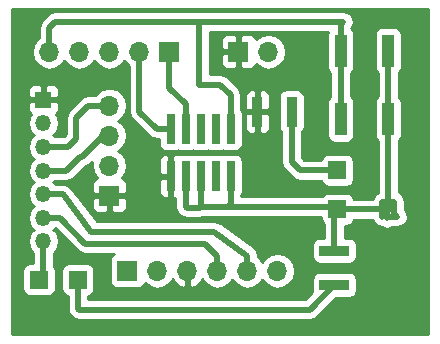
<source format=gtl>
%TF.GenerationSoftware,KiCad,Pcbnew,4.0.7-e2-6376~60~ubuntu17.10.1*%
%TF.CreationDate,2017-11-23T13:20:15+11:00*%
%TF.ProjectId,biot-node,62696F742D6E6F64652E6B696361645F,rev?*%
%TF.FileFunction,Copper,L1,Top,Mixed*%
%FSLAX46Y46*%
G04 Gerber Fmt 4.6, Leading zero omitted, Abs format (unit mm)*
G04 Created by KiCad (PCBNEW 4.0.7-e2-6376~60~ubuntu17.10.1) date Thu Nov 23 13:20:15 2017*
%MOMM*%
%LPD*%
G01*
G04 APERTURE LIST*
%ADD10C,0.100000*%
%ADD11R,1.500000X1.500000*%
%ADD12R,1.700000X1.700000*%
%ADD13O,1.700000X1.700000*%
%ADD14R,1.350000X1.350000*%
%ADD15O,1.350000X1.350000*%
%ADD16R,0.750000X2.500000*%
%ADD17R,2.500000X0.900000*%
%ADD18R,0.900000X2.500000*%
%ADD19R,1.000000X2.750000*%
%ADD20C,0.600000*%
%ADD21C,0.500000*%
%ADD22C,0.254000*%
G04 APERTURE END LIST*
D10*
D11*
X166752000Y-114808000D03*
X170052000Y-114808000D03*
X192024000Y-105538000D03*
X192024000Y-108838000D03*
D12*
X172720000Y-107696000D03*
D13*
X172720000Y-105156000D03*
X172720000Y-102616000D03*
X172720000Y-100076000D03*
D12*
X183642000Y-95504000D03*
D13*
X186182000Y-95504000D03*
D14*
X167132000Y-99568000D03*
D15*
X167132000Y-101568000D03*
X167132000Y-103568000D03*
X167132000Y-105568000D03*
X167132000Y-107568000D03*
X167132000Y-109568000D03*
X167132000Y-111568000D03*
D12*
X177800000Y-95504000D03*
D13*
X175260000Y-95504000D03*
X172720000Y-95504000D03*
X170180000Y-95504000D03*
X167640000Y-95504000D03*
D16*
X177898000Y-102032000D03*
X179168000Y-102032000D03*
X180438000Y-102032000D03*
X181708000Y-102032000D03*
X182978000Y-102032000D03*
X182978000Y-106042000D03*
X181708000Y-106042000D03*
X180438000Y-106042000D03*
X179168000Y-106042000D03*
X177898000Y-106042000D03*
D12*
X174244000Y-114046000D03*
D13*
X176784000Y-114046000D03*
X179324000Y-114046000D03*
X181864000Y-114046000D03*
X184404000Y-114046000D03*
X186944000Y-114046000D03*
D17*
X191770000Y-112342000D03*
X191770000Y-115242000D03*
D18*
X185240000Y-100584000D03*
X188140000Y-100584000D03*
D19*
X192310000Y-95418000D03*
X192310000Y-101178000D03*
X196310000Y-101178000D03*
X196310000Y-95418000D03*
D20*
X196214000Y-108838000D03*
D21*
X167132000Y-111568000D02*
X167132000Y-114428000D01*
X167132000Y-114428000D02*
X166752000Y-114808000D01*
X170052000Y-114808000D02*
X170052000Y-117220000D01*
X189664000Y-117348000D02*
X191770000Y-115242000D01*
X170180000Y-117348000D02*
X189664000Y-117348000D01*
X170052000Y-117220000D02*
X170180000Y-117348000D01*
X188140000Y-100584000D02*
X188140000Y-104828000D01*
X188850000Y-105538000D02*
X192024000Y-105538000D01*
X188140000Y-104828000D02*
X188850000Y-105538000D01*
X196214000Y-108966000D02*
X196214000Y-108838000D01*
X196214000Y-108966000D02*
X196214000Y-109600000D01*
X195834000Y-108204000D02*
X195834000Y-109474000D01*
X196850000Y-108204000D02*
X195834000Y-108204000D01*
X196850000Y-109220000D02*
X196850000Y-108204000D01*
X197104000Y-109474000D02*
X196850000Y-109220000D01*
X196340000Y-109474000D02*
X197104000Y-109474000D01*
X196214000Y-109600000D02*
X196340000Y-109474000D01*
X182626000Y-108614000D02*
X191800000Y-108614000D01*
X191800000Y-108614000D02*
X192024000Y-108838000D01*
X191770000Y-112342000D02*
X191770000Y-109092000D01*
X191770000Y-109092000D02*
X192024000Y-108838000D01*
X192024000Y-108838000D02*
X196214000Y-108838000D01*
X196214000Y-108838000D02*
X196342000Y-108966000D01*
X196310000Y-101178000D02*
X196310000Y-95418000D01*
X196310000Y-108934000D02*
X196310000Y-101178000D01*
X196342000Y-108966000D02*
X196310000Y-108934000D01*
X180438000Y-108614000D02*
X182626000Y-108614000D01*
X182626000Y-108614000D02*
X182782000Y-108614000D01*
X182978000Y-108418000D02*
X182978000Y-106042000D01*
X182782000Y-108614000D02*
X182978000Y-108418000D01*
X179168000Y-106042000D02*
X179168000Y-108614000D01*
X180438000Y-108614000D02*
X180438000Y-106042000D01*
X180340000Y-108712000D02*
X180438000Y-108614000D01*
X179266000Y-108712000D02*
X180340000Y-108712000D01*
X179168000Y-108614000D02*
X179266000Y-108712000D01*
X167132000Y-105568000D02*
X169068000Y-105568000D01*
X170434000Y-104394000D02*
X172212000Y-102616000D01*
X170242000Y-104394000D02*
X170434000Y-104394000D01*
X169068000Y-105568000D02*
X170242000Y-104394000D01*
X172212000Y-102616000D02*
X172720000Y-102616000D01*
X167132000Y-103568000D02*
X169228000Y-103568000D01*
X170942000Y-100076000D02*
X172720000Y-100076000D01*
X169926000Y-101092000D02*
X170942000Y-100076000D01*
X169926000Y-102870000D02*
X169926000Y-101092000D01*
X169228000Y-103568000D02*
X169926000Y-102870000D01*
X167132000Y-107568000D02*
X168782000Y-107568000D01*
X184404000Y-112776000D02*
X184404000Y-114046000D01*
X181610000Y-110744000D02*
X184404000Y-112776000D01*
X171196000Y-110744000D02*
X181610000Y-110744000D01*
X168782000Y-107568000D02*
X171196000Y-110744000D01*
X167132000Y-109568000D02*
X168496000Y-109568000D01*
X181864000Y-112776000D02*
X181864000Y-114046000D01*
X180848000Y-111760000D02*
X181864000Y-112776000D01*
X170688000Y-111760000D02*
X180848000Y-111760000D01*
X168496000Y-109568000D02*
X170688000Y-111760000D01*
X177800000Y-95504000D02*
X177800000Y-98552000D01*
X179168000Y-99920000D02*
X179168000Y-102032000D01*
X177800000Y-98552000D02*
X179168000Y-99920000D01*
X177898000Y-102032000D02*
X176708000Y-102032000D01*
X175260000Y-100584000D02*
X175260000Y-95504000D01*
X176708000Y-102032000D02*
X175260000Y-100584000D01*
X182978000Y-102032000D02*
X182978000Y-99158000D01*
X180340000Y-98298000D02*
X180340000Y-93218000D01*
X182118000Y-98298000D02*
X180340000Y-98298000D01*
X182978000Y-99158000D02*
X182118000Y-98298000D01*
X180340000Y-92964000D02*
X192532000Y-92964000D01*
X192310000Y-93186000D02*
X192310000Y-101178000D01*
X192532000Y-92964000D02*
X192310000Y-93186000D01*
X182978000Y-102032000D02*
X182978000Y-101952000D01*
X167640000Y-93472000D02*
X167640000Y-95504000D01*
X168148000Y-92964000D02*
X167640000Y-93472000D01*
X180340000Y-92964000D02*
X168148000Y-92964000D01*
D22*
G36*
X199696000Y-119432000D02*
X164465000Y-119432000D01*
X164465000Y-114058000D01*
X165354560Y-114058000D01*
X165354560Y-115558000D01*
X165398838Y-115793317D01*
X165537910Y-116009441D01*
X165750110Y-116154431D01*
X166002000Y-116205440D01*
X167502000Y-116205440D01*
X167737317Y-116161162D01*
X167953441Y-116022090D01*
X168098431Y-115809890D01*
X168149440Y-115558000D01*
X168149440Y-114058000D01*
X168654560Y-114058000D01*
X168654560Y-115558000D01*
X168698838Y-115793317D01*
X168837910Y-116009441D01*
X169050110Y-116154431D01*
X169167000Y-116178102D01*
X169167000Y-117219995D01*
X169166999Y-117220000D01*
X169223190Y-117502484D01*
X169234367Y-117558675D01*
X169426210Y-117845790D01*
X169554208Y-117973787D01*
X169554210Y-117973790D01*
X169750581Y-118105000D01*
X169841325Y-118165633D01*
X170180000Y-118233000D01*
X189663995Y-118233000D01*
X189664000Y-118233001D01*
X189946484Y-118176810D01*
X190002675Y-118165633D01*
X190289790Y-117973790D01*
X190289791Y-117973789D01*
X191924139Y-116339440D01*
X193020000Y-116339440D01*
X193255317Y-116295162D01*
X193471441Y-116156090D01*
X193616431Y-115943890D01*
X193667440Y-115692000D01*
X193667440Y-114792000D01*
X193623162Y-114556683D01*
X193484090Y-114340559D01*
X193271890Y-114195569D01*
X193020000Y-114144560D01*
X190520000Y-114144560D01*
X190284683Y-114188838D01*
X190068559Y-114327910D01*
X189923569Y-114540110D01*
X189872560Y-114792000D01*
X189872560Y-115692000D01*
X189903577Y-115856843D01*
X189297420Y-116463000D01*
X170937000Y-116463000D01*
X170937000Y-116180038D01*
X171037317Y-116161162D01*
X171253441Y-116022090D01*
X171398431Y-115809890D01*
X171449440Y-115558000D01*
X171449440Y-114058000D01*
X171405162Y-113822683D01*
X171266090Y-113606559D01*
X171053890Y-113461569D01*
X170802000Y-113410560D01*
X169302000Y-113410560D01*
X169066683Y-113454838D01*
X168850559Y-113593910D01*
X168705569Y-113806110D01*
X168654560Y-114058000D01*
X168149440Y-114058000D01*
X168105162Y-113822683D01*
X168017000Y-113685675D01*
X168017000Y-112539061D01*
X168083974Y-112494310D01*
X168367946Y-112069315D01*
X168467664Y-111568000D01*
X168367946Y-111066685D01*
X168083974Y-110641690D01*
X167973689Y-110568000D01*
X168083974Y-110494310D01*
X168111576Y-110453000D01*
X168129420Y-110453000D01*
X170062208Y-112385787D01*
X170062210Y-112385790D01*
X170224623Y-112494310D01*
X170349325Y-112577633D01*
X170688000Y-112645001D01*
X170688005Y-112645000D01*
X173077621Y-112645000D01*
X172942559Y-112731910D01*
X172797569Y-112944110D01*
X172746560Y-113196000D01*
X172746560Y-114896000D01*
X172790838Y-115131317D01*
X172929910Y-115347441D01*
X173142110Y-115492431D01*
X173394000Y-115543440D01*
X175094000Y-115543440D01*
X175329317Y-115499162D01*
X175545441Y-115360090D01*
X175690431Y-115147890D01*
X175704086Y-115080459D01*
X175733946Y-115125147D01*
X176215715Y-115447054D01*
X176784000Y-115560093D01*
X177352285Y-115447054D01*
X177834054Y-115125147D01*
X178061702Y-114784447D01*
X178128817Y-114927358D01*
X178557076Y-115317645D01*
X178967110Y-115487476D01*
X179197000Y-115366155D01*
X179197000Y-114173000D01*
X179177000Y-114173000D01*
X179177000Y-113919000D01*
X179197000Y-113919000D01*
X179197000Y-113899000D01*
X179451000Y-113899000D01*
X179451000Y-113919000D01*
X179471000Y-113919000D01*
X179471000Y-114173000D01*
X179451000Y-114173000D01*
X179451000Y-115366155D01*
X179680890Y-115487476D01*
X180090924Y-115317645D01*
X180519183Y-114927358D01*
X180586298Y-114784447D01*
X180813946Y-115125147D01*
X181295715Y-115447054D01*
X181864000Y-115560093D01*
X182432285Y-115447054D01*
X182914054Y-115125147D01*
X183134000Y-114795974D01*
X183353946Y-115125147D01*
X183835715Y-115447054D01*
X184404000Y-115560093D01*
X184972285Y-115447054D01*
X185454054Y-115125147D01*
X185674000Y-114795974D01*
X185893946Y-115125147D01*
X186375715Y-115447054D01*
X186944000Y-115560093D01*
X187512285Y-115447054D01*
X187994054Y-115125147D01*
X188315961Y-114643378D01*
X188429000Y-114075093D01*
X188429000Y-114016907D01*
X188315961Y-113448622D01*
X187994054Y-112966853D01*
X187512285Y-112644946D01*
X186944000Y-112531907D01*
X186375715Y-112644946D01*
X185893946Y-112966853D01*
X185674000Y-113296026D01*
X185454054Y-112966853D01*
X185289000Y-112856568D01*
X185289000Y-112776000D01*
X185275401Y-112707632D01*
X185278171Y-112637973D01*
X185242029Y-112539862D01*
X185221633Y-112437325D01*
X185182905Y-112379365D01*
X185158808Y-112313950D01*
X185087877Y-112237144D01*
X185029790Y-112150210D01*
X184971825Y-112111479D01*
X184924532Y-112060269D01*
X182130532Y-110028269D01*
X182035608Y-109984454D01*
X181948675Y-109926367D01*
X181880302Y-109912767D01*
X181817010Y-109883552D01*
X181712542Y-109879397D01*
X181610000Y-109859000D01*
X171634957Y-109859000D01*
X170208105Y-107981750D01*
X171235000Y-107981750D01*
X171235000Y-108672310D01*
X171331673Y-108905699D01*
X171510302Y-109084327D01*
X171743691Y-109181000D01*
X172434250Y-109181000D01*
X172593000Y-109022250D01*
X172593000Y-107823000D01*
X172847000Y-107823000D01*
X172847000Y-109022250D01*
X173005750Y-109181000D01*
X173696309Y-109181000D01*
X173929698Y-109084327D01*
X174108327Y-108905699D01*
X174205000Y-108672310D01*
X174205000Y-107981750D01*
X174046250Y-107823000D01*
X172847000Y-107823000D01*
X172593000Y-107823000D01*
X171393750Y-107823000D01*
X171235000Y-107981750D01*
X170208105Y-107981750D01*
X169486578Y-107032468D01*
X169441350Y-106992436D01*
X169407790Y-106942210D01*
X169313192Y-106879002D01*
X169228005Y-106803602D01*
X169170897Y-106783924D01*
X169120675Y-106750367D01*
X169009098Y-106728173D01*
X168901533Y-106691109D01*
X168841240Y-106694784D01*
X168782000Y-106683000D01*
X168111576Y-106683000D01*
X168083974Y-106641690D01*
X167973689Y-106568000D01*
X168083974Y-106494310D01*
X168111576Y-106453000D01*
X169067995Y-106453000D01*
X169068000Y-106453001D01*
X169350484Y-106396810D01*
X169406675Y-106385633D01*
X169693790Y-106193790D01*
X170651928Y-105235651D01*
X170716484Y-105222810D01*
X170772675Y-105211633D01*
X171059790Y-105019790D01*
X171276010Y-104803570D01*
X171205907Y-105156000D01*
X171318946Y-105724285D01*
X171640853Y-106206054D01*
X171684777Y-106235403D01*
X171510302Y-106307673D01*
X171331673Y-106486301D01*
X171235000Y-106719690D01*
X171235000Y-107410250D01*
X171393750Y-107569000D01*
X172593000Y-107569000D01*
X172593000Y-107549000D01*
X172847000Y-107549000D01*
X172847000Y-107569000D01*
X174046250Y-107569000D01*
X174205000Y-107410250D01*
X174205000Y-106719690D01*
X174108327Y-106486301D01*
X173949776Y-106327750D01*
X176888000Y-106327750D01*
X176888000Y-107418310D01*
X176984673Y-107651699D01*
X177163302Y-107830327D01*
X177396691Y-107927000D01*
X177612250Y-107927000D01*
X177771000Y-107768250D01*
X177771000Y-106169000D01*
X177046750Y-106169000D01*
X176888000Y-106327750D01*
X173949776Y-106327750D01*
X173929698Y-106307673D01*
X173755223Y-106235403D01*
X173799147Y-106206054D01*
X174121054Y-105724285D01*
X174234093Y-105156000D01*
X174136565Y-104665690D01*
X176888000Y-104665690D01*
X176888000Y-105756250D01*
X177046750Y-105915000D01*
X177771000Y-105915000D01*
X177771000Y-104315750D01*
X178025000Y-104315750D01*
X178025000Y-105915000D01*
X178045000Y-105915000D01*
X178045000Y-106169000D01*
X178025000Y-106169000D01*
X178025000Y-107768250D01*
X178183750Y-107927000D01*
X178283000Y-107927000D01*
X178283000Y-108613995D01*
X178282999Y-108614000D01*
X178335513Y-108878000D01*
X178350367Y-108952675D01*
X178500038Y-109176675D01*
X178542210Y-109239790D01*
X178640208Y-109337787D01*
X178640210Y-109337790D01*
X178927325Y-109529633D01*
X178983516Y-109540810D01*
X179266000Y-109597001D01*
X179266005Y-109597000D01*
X180339995Y-109597000D01*
X180340000Y-109597001D01*
X180622484Y-109540810D01*
X180678675Y-109529633D01*
X180724521Y-109499000D01*
X182781995Y-109499000D01*
X182782000Y-109499001D01*
X182782005Y-109499000D01*
X190626560Y-109499000D01*
X190626560Y-109588000D01*
X190670838Y-109823317D01*
X190809910Y-110039441D01*
X190885000Y-110090748D01*
X190885000Y-111244560D01*
X190520000Y-111244560D01*
X190284683Y-111288838D01*
X190068559Y-111427910D01*
X189923569Y-111640110D01*
X189872560Y-111892000D01*
X189872560Y-112792000D01*
X189916838Y-113027317D01*
X190055910Y-113243441D01*
X190268110Y-113388431D01*
X190520000Y-113439440D01*
X193020000Y-113439440D01*
X193255317Y-113395162D01*
X193471441Y-113256090D01*
X193616431Y-113043890D01*
X193667440Y-112792000D01*
X193667440Y-111892000D01*
X193623162Y-111656683D01*
X193484090Y-111440559D01*
X193271890Y-111295569D01*
X193020000Y-111244560D01*
X192655000Y-111244560D01*
X192655000Y-110235440D01*
X192774000Y-110235440D01*
X193009317Y-110191162D01*
X193225441Y-110052090D01*
X193370431Y-109839890D01*
X193394102Y-109723000D01*
X194998529Y-109723000D01*
X195016367Y-109812675D01*
X195208210Y-110099790D01*
X195495325Y-110291633D01*
X195767895Y-110345851D01*
X195875325Y-110417633D01*
X195931516Y-110428810D01*
X196214000Y-110485001D01*
X196496484Y-110428810D01*
X196552675Y-110417633D01*
X196640426Y-110359000D01*
X197103995Y-110359000D01*
X197104000Y-110359001D01*
X197386484Y-110302810D01*
X197442675Y-110291633D01*
X197729790Y-110099790D01*
X197921633Y-109812675D01*
X197952871Y-109655633D01*
X197989001Y-109474000D01*
X197921633Y-109135325D01*
X197865071Y-109050674D01*
X197735000Y-108856007D01*
X197735000Y-108204000D01*
X197667633Y-107865325D01*
X197475790Y-107578210D01*
X197195000Y-107390593D01*
X197195000Y-103059844D01*
X197261441Y-103017090D01*
X197406431Y-102804890D01*
X197457440Y-102553000D01*
X197457440Y-99803000D01*
X197413162Y-99567683D01*
X197274090Y-99351559D01*
X197195000Y-99297519D01*
X197195000Y-97299844D01*
X197261441Y-97257090D01*
X197406431Y-97044890D01*
X197457440Y-96793000D01*
X197457440Y-94043000D01*
X197413162Y-93807683D01*
X197274090Y-93591559D01*
X197061890Y-93446569D01*
X196810000Y-93395560D01*
X195810000Y-93395560D01*
X195574683Y-93439838D01*
X195358559Y-93578910D01*
X195213569Y-93791110D01*
X195162560Y-94043000D01*
X195162560Y-96793000D01*
X195206838Y-97028317D01*
X195345910Y-97244441D01*
X195425000Y-97298481D01*
X195425000Y-99296156D01*
X195358559Y-99338910D01*
X195213569Y-99551110D01*
X195162560Y-99803000D01*
X195162560Y-102553000D01*
X195206838Y-102788317D01*
X195345910Y-103004441D01*
X195425000Y-103058481D01*
X195425000Y-107433356D01*
X195208210Y-107578210D01*
X195016367Y-107865325D01*
X194998927Y-107953000D01*
X193396038Y-107953000D01*
X193377162Y-107852683D01*
X193238090Y-107636559D01*
X193025890Y-107491569D01*
X192774000Y-107440560D01*
X191274000Y-107440560D01*
X191038683Y-107484838D01*
X190822559Y-107623910D01*
X190750754Y-107729000D01*
X183863000Y-107729000D01*
X183863000Y-107670386D01*
X183949431Y-107543890D01*
X184000440Y-107292000D01*
X184000440Y-104792000D01*
X183956162Y-104556683D01*
X183817090Y-104340559D01*
X183604890Y-104195569D01*
X183353000Y-104144560D01*
X182603000Y-104144560D01*
X182367683Y-104188838D01*
X182345721Y-104202970D01*
X182334890Y-104195569D01*
X182083000Y-104144560D01*
X181333000Y-104144560D01*
X181097683Y-104188838D01*
X181075721Y-104202970D01*
X181064890Y-104195569D01*
X180813000Y-104144560D01*
X180063000Y-104144560D01*
X179827683Y-104188838D01*
X179805721Y-104202970D01*
X179794890Y-104195569D01*
X179543000Y-104144560D01*
X178793000Y-104144560D01*
X178557683Y-104188838D01*
X178525762Y-104209379D01*
X178399309Y-104157000D01*
X178183750Y-104157000D01*
X178025000Y-104315750D01*
X177771000Y-104315750D01*
X177612250Y-104157000D01*
X177396691Y-104157000D01*
X177163302Y-104253673D01*
X176984673Y-104432301D01*
X176888000Y-104665690D01*
X174136565Y-104665690D01*
X174121054Y-104587715D01*
X173799147Y-104105946D01*
X173469974Y-103886000D01*
X173799147Y-103666054D01*
X174121054Y-103184285D01*
X174234093Y-102616000D01*
X174121054Y-102047715D01*
X173799147Y-101565946D01*
X173469974Y-101346000D01*
X173799147Y-101126054D01*
X174121054Y-100644285D01*
X174234093Y-100076000D01*
X174121054Y-99507715D01*
X173799147Y-99025946D01*
X173317378Y-98704039D01*
X172749093Y-98591000D01*
X172690907Y-98591000D01*
X172122622Y-98704039D01*
X171640853Y-99025946D01*
X171530568Y-99191000D01*
X170942005Y-99191000D01*
X170942000Y-99190999D01*
X170659516Y-99247190D01*
X170603325Y-99258367D01*
X170316210Y-99450210D01*
X170316208Y-99450213D01*
X169300210Y-100466210D01*
X169108367Y-100753325D01*
X169108367Y-100753326D01*
X169040999Y-101092000D01*
X169041000Y-101092005D01*
X169041000Y-102503421D01*
X168861420Y-102683000D01*
X168111576Y-102683000D01*
X168083974Y-102641690D01*
X167973689Y-102568000D01*
X168083974Y-102494310D01*
X168367946Y-102069315D01*
X168467664Y-101568000D01*
X168367946Y-101066685D01*
X168173039Y-100774986D01*
X168345327Y-100602699D01*
X168442000Y-100369310D01*
X168442000Y-99853750D01*
X168283250Y-99695000D01*
X167259000Y-99695000D01*
X167259000Y-99715000D01*
X167005000Y-99715000D01*
X167005000Y-99695000D01*
X165980750Y-99695000D01*
X165822000Y-99853750D01*
X165822000Y-100369310D01*
X165918673Y-100602699D01*
X166090961Y-100774986D01*
X165896054Y-101066685D01*
X165796336Y-101568000D01*
X165896054Y-102069315D01*
X166180026Y-102494310D01*
X166290311Y-102568000D01*
X166180026Y-102641690D01*
X165896054Y-103066685D01*
X165796336Y-103568000D01*
X165896054Y-104069315D01*
X166180026Y-104494310D01*
X166290311Y-104568000D01*
X166180026Y-104641690D01*
X165896054Y-105066685D01*
X165796336Y-105568000D01*
X165896054Y-106069315D01*
X166180026Y-106494310D01*
X166290311Y-106568000D01*
X166180026Y-106641690D01*
X165896054Y-107066685D01*
X165796336Y-107568000D01*
X165896054Y-108069315D01*
X166180026Y-108494310D01*
X166290311Y-108568000D01*
X166180026Y-108641690D01*
X165896054Y-109066685D01*
X165796336Y-109568000D01*
X165896054Y-110069315D01*
X166180026Y-110494310D01*
X166290311Y-110568000D01*
X166180026Y-110641690D01*
X165896054Y-111066685D01*
X165796336Y-111568000D01*
X165896054Y-112069315D01*
X166180026Y-112494310D01*
X166247000Y-112539061D01*
X166247000Y-113410560D01*
X166002000Y-113410560D01*
X165766683Y-113454838D01*
X165550559Y-113593910D01*
X165405569Y-113806110D01*
X165354560Y-114058000D01*
X164465000Y-114058000D01*
X164465000Y-98766690D01*
X165822000Y-98766690D01*
X165822000Y-99282250D01*
X165980750Y-99441000D01*
X167005000Y-99441000D01*
X167005000Y-98416750D01*
X167259000Y-98416750D01*
X167259000Y-99441000D01*
X168283250Y-99441000D01*
X168442000Y-99282250D01*
X168442000Y-98766690D01*
X168345327Y-98533301D01*
X168166698Y-98354673D01*
X167933309Y-98258000D01*
X167417750Y-98258000D01*
X167259000Y-98416750D01*
X167005000Y-98416750D01*
X166846250Y-98258000D01*
X166330691Y-98258000D01*
X166097302Y-98354673D01*
X165918673Y-98533301D01*
X165822000Y-98766690D01*
X164465000Y-98766690D01*
X164465000Y-95474907D01*
X166155000Y-95474907D01*
X166155000Y-95533093D01*
X166268039Y-96101378D01*
X166589946Y-96583147D01*
X167071715Y-96905054D01*
X167640000Y-97018093D01*
X168208285Y-96905054D01*
X168690054Y-96583147D01*
X168910000Y-96253974D01*
X169129946Y-96583147D01*
X169611715Y-96905054D01*
X170180000Y-97018093D01*
X170748285Y-96905054D01*
X171230054Y-96583147D01*
X171450000Y-96253974D01*
X171669946Y-96583147D01*
X172151715Y-96905054D01*
X172720000Y-97018093D01*
X173288285Y-96905054D01*
X173770054Y-96583147D01*
X173990000Y-96253974D01*
X174209946Y-96583147D01*
X174375000Y-96693432D01*
X174375000Y-100583995D01*
X174374999Y-100584000D01*
X174431190Y-100866484D01*
X174442367Y-100922675D01*
X174555506Y-101092000D01*
X174634210Y-101209790D01*
X176082208Y-102657787D01*
X176082210Y-102657790D01*
X176277559Y-102788317D01*
X176369325Y-102849633D01*
X176708000Y-102917001D01*
X176708005Y-102917000D01*
X176875560Y-102917000D01*
X176875560Y-103282000D01*
X176919838Y-103517317D01*
X177058910Y-103733441D01*
X177271110Y-103878431D01*
X177523000Y-103929440D01*
X178273000Y-103929440D01*
X178508317Y-103885162D01*
X178530279Y-103871030D01*
X178541110Y-103878431D01*
X178793000Y-103929440D01*
X179543000Y-103929440D01*
X179778317Y-103885162D01*
X179800279Y-103871030D01*
X179811110Y-103878431D01*
X180063000Y-103929440D01*
X180813000Y-103929440D01*
X181048317Y-103885162D01*
X181070279Y-103871030D01*
X181081110Y-103878431D01*
X181333000Y-103929440D01*
X182083000Y-103929440D01*
X182318317Y-103885162D01*
X182340279Y-103871030D01*
X182351110Y-103878431D01*
X182603000Y-103929440D01*
X183353000Y-103929440D01*
X183588317Y-103885162D01*
X183804441Y-103746090D01*
X183949431Y-103533890D01*
X184000440Y-103282000D01*
X184000440Y-100869750D01*
X184155000Y-100869750D01*
X184155000Y-101960310D01*
X184251673Y-102193699D01*
X184430302Y-102372327D01*
X184663691Y-102469000D01*
X184954250Y-102469000D01*
X185113000Y-102310250D01*
X185113000Y-100711000D01*
X185367000Y-100711000D01*
X185367000Y-102310250D01*
X185525750Y-102469000D01*
X185816309Y-102469000D01*
X186049698Y-102372327D01*
X186228327Y-102193699D01*
X186325000Y-101960310D01*
X186325000Y-100869750D01*
X186166250Y-100711000D01*
X185367000Y-100711000D01*
X185113000Y-100711000D01*
X184313750Y-100711000D01*
X184155000Y-100869750D01*
X184000440Y-100869750D01*
X184000440Y-100782000D01*
X183956162Y-100546683D01*
X183863000Y-100401905D01*
X183863000Y-99207690D01*
X184155000Y-99207690D01*
X184155000Y-100298250D01*
X184313750Y-100457000D01*
X185113000Y-100457000D01*
X185113000Y-98857750D01*
X185367000Y-98857750D01*
X185367000Y-100457000D01*
X186166250Y-100457000D01*
X186325000Y-100298250D01*
X186325000Y-99334000D01*
X187042560Y-99334000D01*
X187042560Y-101834000D01*
X187086838Y-102069317D01*
X187225910Y-102285441D01*
X187255000Y-102305317D01*
X187255000Y-104827995D01*
X187254999Y-104828000D01*
X187311190Y-105110484D01*
X187322367Y-105166675D01*
X187489100Y-105416210D01*
X187514210Y-105453790D01*
X188224208Y-106163787D01*
X188224210Y-106163790D01*
X188511325Y-106355633D01*
X188567516Y-106366810D01*
X188850000Y-106423001D01*
X188850005Y-106423000D01*
X190651962Y-106423000D01*
X190670838Y-106523317D01*
X190809910Y-106739441D01*
X191022110Y-106884431D01*
X191274000Y-106935440D01*
X192774000Y-106935440D01*
X193009317Y-106891162D01*
X193225441Y-106752090D01*
X193370431Y-106539890D01*
X193421440Y-106288000D01*
X193421440Y-104788000D01*
X193377162Y-104552683D01*
X193238090Y-104336559D01*
X193025890Y-104191569D01*
X192774000Y-104140560D01*
X191274000Y-104140560D01*
X191038683Y-104184838D01*
X190822559Y-104323910D01*
X190677569Y-104536110D01*
X190653898Y-104653000D01*
X189216579Y-104653000D01*
X189025000Y-104461420D01*
X189025000Y-102308669D01*
X189041441Y-102298090D01*
X189186431Y-102085890D01*
X189237440Y-101834000D01*
X189237440Y-99334000D01*
X189193162Y-99098683D01*
X189054090Y-98882559D01*
X188841890Y-98737569D01*
X188590000Y-98686560D01*
X187690000Y-98686560D01*
X187454683Y-98730838D01*
X187238559Y-98869910D01*
X187093569Y-99082110D01*
X187042560Y-99334000D01*
X186325000Y-99334000D01*
X186325000Y-99207690D01*
X186228327Y-98974301D01*
X186049698Y-98795673D01*
X185816309Y-98699000D01*
X185525750Y-98699000D01*
X185367000Y-98857750D01*
X185113000Y-98857750D01*
X184954250Y-98699000D01*
X184663691Y-98699000D01*
X184430302Y-98795673D01*
X184251673Y-98974301D01*
X184155000Y-99207690D01*
X183863000Y-99207690D01*
X183863000Y-99158005D01*
X183863001Y-99158000D01*
X183795633Y-98819326D01*
X183795633Y-98819325D01*
X183603790Y-98532210D01*
X183603787Y-98532208D01*
X182743790Y-97672210D01*
X182735991Y-97666999D01*
X182456675Y-97480367D01*
X182400484Y-97469190D01*
X182118000Y-97412999D01*
X182117995Y-97413000D01*
X181225000Y-97413000D01*
X181225000Y-95789750D01*
X182157000Y-95789750D01*
X182157000Y-96480309D01*
X182253673Y-96713698D01*
X182432301Y-96892327D01*
X182665690Y-96989000D01*
X183356250Y-96989000D01*
X183515000Y-96830250D01*
X183515000Y-95631000D01*
X182315750Y-95631000D01*
X182157000Y-95789750D01*
X181225000Y-95789750D01*
X181225000Y-94527691D01*
X182157000Y-94527691D01*
X182157000Y-95218250D01*
X182315750Y-95377000D01*
X183515000Y-95377000D01*
X183515000Y-94177750D01*
X183769000Y-94177750D01*
X183769000Y-95377000D01*
X183789000Y-95377000D01*
X183789000Y-95631000D01*
X183769000Y-95631000D01*
X183769000Y-96830250D01*
X183927750Y-96989000D01*
X184618310Y-96989000D01*
X184851699Y-96892327D01*
X185030327Y-96713698D01*
X185102597Y-96539223D01*
X185131946Y-96583147D01*
X185613715Y-96905054D01*
X186182000Y-97018093D01*
X186750285Y-96905054D01*
X187232054Y-96583147D01*
X187553961Y-96101378D01*
X187667000Y-95533093D01*
X187667000Y-95474907D01*
X187553961Y-94906622D01*
X187232054Y-94424853D01*
X186750285Y-94102946D01*
X186182000Y-93989907D01*
X185613715Y-94102946D01*
X185131946Y-94424853D01*
X185102597Y-94468777D01*
X185030327Y-94294302D01*
X184851699Y-94115673D01*
X184618310Y-94019000D01*
X183927750Y-94019000D01*
X183769000Y-94177750D01*
X183515000Y-94177750D01*
X183356250Y-94019000D01*
X182665690Y-94019000D01*
X182432301Y-94115673D01*
X182253673Y-94294302D01*
X182157000Y-94527691D01*
X181225000Y-94527691D01*
X181225000Y-93849000D01*
X191201846Y-93849000D01*
X191162560Y-94043000D01*
X191162560Y-96793000D01*
X191206838Y-97028317D01*
X191345910Y-97244441D01*
X191425000Y-97298481D01*
X191425000Y-99296156D01*
X191358559Y-99338910D01*
X191213569Y-99551110D01*
X191162560Y-99803000D01*
X191162560Y-102553000D01*
X191206838Y-102788317D01*
X191345910Y-103004441D01*
X191558110Y-103149431D01*
X191810000Y-103200440D01*
X192810000Y-103200440D01*
X193045317Y-103156162D01*
X193261441Y-103017090D01*
X193406431Y-102804890D01*
X193457440Y-102553000D01*
X193457440Y-99803000D01*
X193413162Y-99567683D01*
X193274090Y-99351559D01*
X193195000Y-99297519D01*
X193195000Y-97299844D01*
X193261441Y-97257090D01*
X193406431Y-97044890D01*
X193457440Y-96793000D01*
X193457440Y-94043000D01*
X193413162Y-93807683D01*
X193274090Y-93591559D01*
X193195000Y-93537519D01*
X193195000Y-93534101D01*
X193349633Y-93302675D01*
X193417000Y-92964000D01*
X193349633Y-92625325D01*
X193157790Y-92338210D01*
X192870675Y-92146367D01*
X192532000Y-92079000D01*
X168148000Y-92079000D01*
X167809325Y-92146367D01*
X167522210Y-92338210D01*
X167522208Y-92338213D01*
X167014210Y-92846210D01*
X166822367Y-93133325D01*
X166822367Y-93133326D01*
X166754999Y-93472000D01*
X166755000Y-93472005D01*
X166755000Y-94314568D01*
X166589946Y-94424853D01*
X166268039Y-94906622D01*
X166155000Y-95474907D01*
X164465000Y-95474907D01*
X164465000Y-91896000D01*
X199696000Y-91896000D01*
X199696000Y-119432000D01*
X199696000Y-119432000D01*
G37*
X199696000Y-119432000D02*
X164465000Y-119432000D01*
X164465000Y-114058000D01*
X165354560Y-114058000D01*
X165354560Y-115558000D01*
X165398838Y-115793317D01*
X165537910Y-116009441D01*
X165750110Y-116154431D01*
X166002000Y-116205440D01*
X167502000Y-116205440D01*
X167737317Y-116161162D01*
X167953441Y-116022090D01*
X168098431Y-115809890D01*
X168149440Y-115558000D01*
X168149440Y-114058000D01*
X168654560Y-114058000D01*
X168654560Y-115558000D01*
X168698838Y-115793317D01*
X168837910Y-116009441D01*
X169050110Y-116154431D01*
X169167000Y-116178102D01*
X169167000Y-117219995D01*
X169166999Y-117220000D01*
X169223190Y-117502484D01*
X169234367Y-117558675D01*
X169426210Y-117845790D01*
X169554208Y-117973787D01*
X169554210Y-117973790D01*
X169750581Y-118105000D01*
X169841325Y-118165633D01*
X170180000Y-118233000D01*
X189663995Y-118233000D01*
X189664000Y-118233001D01*
X189946484Y-118176810D01*
X190002675Y-118165633D01*
X190289790Y-117973790D01*
X190289791Y-117973789D01*
X191924139Y-116339440D01*
X193020000Y-116339440D01*
X193255317Y-116295162D01*
X193471441Y-116156090D01*
X193616431Y-115943890D01*
X193667440Y-115692000D01*
X193667440Y-114792000D01*
X193623162Y-114556683D01*
X193484090Y-114340559D01*
X193271890Y-114195569D01*
X193020000Y-114144560D01*
X190520000Y-114144560D01*
X190284683Y-114188838D01*
X190068559Y-114327910D01*
X189923569Y-114540110D01*
X189872560Y-114792000D01*
X189872560Y-115692000D01*
X189903577Y-115856843D01*
X189297420Y-116463000D01*
X170937000Y-116463000D01*
X170937000Y-116180038D01*
X171037317Y-116161162D01*
X171253441Y-116022090D01*
X171398431Y-115809890D01*
X171449440Y-115558000D01*
X171449440Y-114058000D01*
X171405162Y-113822683D01*
X171266090Y-113606559D01*
X171053890Y-113461569D01*
X170802000Y-113410560D01*
X169302000Y-113410560D01*
X169066683Y-113454838D01*
X168850559Y-113593910D01*
X168705569Y-113806110D01*
X168654560Y-114058000D01*
X168149440Y-114058000D01*
X168105162Y-113822683D01*
X168017000Y-113685675D01*
X168017000Y-112539061D01*
X168083974Y-112494310D01*
X168367946Y-112069315D01*
X168467664Y-111568000D01*
X168367946Y-111066685D01*
X168083974Y-110641690D01*
X167973689Y-110568000D01*
X168083974Y-110494310D01*
X168111576Y-110453000D01*
X168129420Y-110453000D01*
X170062208Y-112385787D01*
X170062210Y-112385790D01*
X170224623Y-112494310D01*
X170349325Y-112577633D01*
X170688000Y-112645001D01*
X170688005Y-112645000D01*
X173077621Y-112645000D01*
X172942559Y-112731910D01*
X172797569Y-112944110D01*
X172746560Y-113196000D01*
X172746560Y-114896000D01*
X172790838Y-115131317D01*
X172929910Y-115347441D01*
X173142110Y-115492431D01*
X173394000Y-115543440D01*
X175094000Y-115543440D01*
X175329317Y-115499162D01*
X175545441Y-115360090D01*
X175690431Y-115147890D01*
X175704086Y-115080459D01*
X175733946Y-115125147D01*
X176215715Y-115447054D01*
X176784000Y-115560093D01*
X177352285Y-115447054D01*
X177834054Y-115125147D01*
X178061702Y-114784447D01*
X178128817Y-114927358D01*
X178557076Y-115317645D01*
X178967110Y-115487476D01*
X179197000Y-115366155D01*
X179197000Y-114173000D01*
X179177000Y-114173000D01*
X179177000Y-113919000D01*
X179197000Y-113919000D01*
X179197000Y-113899000D01*
X179451000Y-113899000D01*
X179451000Y-113919000D01*
X179471000Y-113919000D01*
X179471000Y-114173000D01*
X179451000Y-114173000D01*
X179451000Y-115366155D01*
X179680890Y-115487476D01*
X180090924Y-115317645D01*
X180519183Y-114927358D01*
X180586298Y-114784447D01*
X180813946Y-115125147D01*
X181295715Y-115447054D01*
X181864000Y-115560093D01*
X182432285Y-115447054D01*
X182914054Y-115125147D01*
X183134000Y-114795974D01*
X183353946Y-115125147D01*
X183835715Y-115447054D01*
X184404000Y-115560093D01*
X184972285Y-115447054D01*
X185454054Y-115125147D01*
X185674000Y-114795974D01*
X185893946Y-115125147D01*
X186375715Y-115447054D01*
X186944000Y-115560093D01*
X187512285Y-115447054D01*
X187994054Y-115125147D01*
X188315961Y-114643378D01*
X188429000Y-114075093D01*
X188429000Y-114016907D01*
X188315961Y-113448622D01*
X187994054Y-112966853D01*
X187512285Y-112644946D01*
X186944000Y-112531907D01*
X186375715Y-112644946D01*
X185893946Y-112966853D01*
X185674000Y-113296026D01*
X185454054Y-112966853D01*
X185289000Y-112856568D01*
X185289000Y-112776000D01*
X185275401Y-112707632D01*
X185278171Y-112637973D01*
X185242029Y-112539862D01*
X185221633Y-112437325D01*
X185182905Y-112379365D01*
X185158808Y-112313950D01*
X185087877Y-112237144D01*
X185029790Y-112150210D01*
X184971825Y-112111479D01*
X184924532Y-112060269D01*
X182130532Y-110028269D01*
X182035608Y-109984454D01*
X181948675Y-109926367D01*
X181880302Y-109912767D01*
X181817010Y-109883552D01*
X181712542Y-109879397D01*
X181610000Y-109859000D01*
X171634957Y-109859000D01*
X170208105Y-107981750D01*
X171235000Y-107981750D01*
X171235000Y-108672310D01*
X171331673Y-108905699D01*
X171510302Y-109084327D01*
X171743691Y-109181000D01*
X172434250Y-109181000D01*
X172593000Y-109022250D01*
X172593000Y-107823000D01*
X172847000Y-107823000D01*
X172847000Y-109022250D01*
X173005750Y-109181000D01*
X173696309Y-109181000D01*
X173929698Y-109084327D01*
X174108327Y-108905699D01*
X174205000Y-108672310D01*
X174205000Y-107981750D01*
X174046250Y-107823000D01*
X172847000Y-107823000D01*
X172593000Y-107823000D01*
X171393750Y-107823000D01*
X171235000Y-107981750D01*
X170208105Y-107981750D01*
X169486578Y-107032468D01*
X169441350Y-106992436D01*
X169407790Y-106942210D01*
X169313192Y-106879002D01*
X169228005Y-106803602D01*
X169170897Y-106783924D01*
X169120675Y-106750367D01*
X169009098Y-106728173D01*
X168901533Y-106691109D01*
X168841240Y-106694784D01*
X168782000Y-106683000D01*
X168111576Y-106683000D01*
X168083974Y-106641690D01*
X167973689Y-106568000D01*
X168083974Y-106494310D01*
X168111576Y-106453000D01*
X169067995Y-106453000D01*
X169068000Y-106453001D01*
X169350484Y-106396810D01*
X169406675Y-106385633D01*
X169693790Y-106193790D01*
X170651928Y-105235651D01*
X170716484Y-105222810D01*
X170772675Y-105211633D01*
X171059790Y-105019790D01*
X171276010Y-104803570D01*
X171205907Y-105156000D01*
X171318946Y-105724285D01*
X171640853Y-106206054D01*
X171684777Y-106235403D01*
X171510302Y-106307673D01*
X171331673Y-106486301D01*
X171235000Y-106719690D01*
X171235000Y-107410250D01*
X171393750Y-107569000D01*
X172593000Y-107569000D01*
X172593000Y-107549000D01*
X172847000Y-107549000D01*
X172847000Y-107569000D01*
X174046250Y-107569000D01*
X174205000Y-107410250D01*
X174205000Y-106719690D01*
X174108327Y-106486301D01*
X173949776Y-106327750D01*
X176888000Y-106327750D01*
X176888000Y-107418310D01*
X176984673Y-107651699D01*
X177163302Y-107830327D01*
X177396691Y-107927000D01*
X177612250Y-107927000D01*
X177771000Y-107768250D01*
X177771000Y-106169000D01*
X177046750Y-106169000D01*
X176888000Y-106327750D01*
X173949776Y-106327750D01*
X173929698Y-106307673D01*
X173755223Y-106235403D01*
X173799147Y-106206054D01*
X174121054Y-105724285D01*
X174234093Y-105156000D01*
X174136565Y-104665690D01*
X176888000Y-104665690D01*
X176888000Y-105756250D01*
X177046750Y-105915000D01*
X177771000Y-105915000D01*
X177771000Y-104315750D01*
X178025000Y-104315750D01*
X178025000Y-105915000D01*
X178045000Y-105915000D01*
X178045000Y-106169000D01*
X178025000Y-106169000D01*
X178025000Y-107768250D01*
X178183750Y-107927000D01*
X178283000Y-107927000D01*
X178283000Y-108613995D01*
X178282999Y-108614000D01*
X178335513Y-108878000D01*
X178350367Y-108952675D01*
X178500038Y-109176675D01*
X178542210Y-109239790D01*
X178640208Y-109337787D01*
X178640210Y-109337790D01*
X178927325Y-109529633D01*
X178983516Y-109540810D01*
X179266000Y-109597001D01*
X179266005Y-109597000D01*
X180339995Y-109597000D01*
X180340000Y-109597001D01*
X180622484Y-109540810D01*
X180678675Y-109529633D01*
X180724521Y-109499000D01*
X182781995Y-109499000D01*
X182782000Y-109499001D01*
X182782005Y-109499000D01*
X190626560Y-109499000D01*
X190626560Y-109588000D01*
X190670838Y-109823317D01*
X190809910Y-110039441D01*
X190885000Y-110090748D01*
X190885000Y-111244560D01*
X190520000Y-111244560D01*
X190284683Y-111288838D01*
X190068559Y-111427910D01*
X189923569Y-111640110D01*
X189872560Y-111892000D01*
X189872560Y-112792000D01*
X189916838Y-113027317D01*
X190055910Y-113243441D01*
X190268110Y-113388431D01*
X190520000Y-113439440D01*
X193020000Y-113439440D01*
X193255317Y-113395162D01*
X193471441Y-113256090D01*
X193616431Y-113043890D01*
X193667440Y-112792000D01*
X193667440Y-111892000D01*
X193623162Y-111656683D01*
X193484090Y-111440559D01*
X193271890Y-111295569D01*
X193020000Y-111244560D01*
X192655000Y-111244560D01*
X192655000Y-110235440D01*
X192774000Y-110235440D01*
X193009317Y-110191162D01*
X193225441Y-110052090D01*
X193370431Y-109839890D01*
X193394102Y-109723000D01*
X194998529Y-109723000D01*
X195016367Y-109812675D01*
X195208210Y-110099790D01*
X195495325Y-110291633D01*
X195767895Y-110345851D01*
X195875325Y-110417633D01*
X195931516Y-110428810D01*
X196214000Y-110485001D01*
X196496484Y-110428810D01*
X196552675Y-110417633D01*
X196640426Y-110359000D01*
X197103995Y-110359000D01*
X197104000Y-110359001D01*
X197386484Y-110302810D01*
X197442675Y-110291633D01*
X197729790Y-110099790D01*
X197921633Y-109812675D01*
X197952871Y-109655633D01*
X197989001Y-109474000D01*
X197921633Y-109135325D01*
X197865071Y-109050674D01*
X197735000Y-108856007D01*
X197735000Y-108204000D01*
X197667633Y-107865325D01*
X197475790Y-107578210D01*
X197195000Y-107390593D01*
X197195000Y-103059844D01*
X197261441Y-103017090D01*
X197406431Y-102804890D01*
X197457440Y-102553000D01*
X197457440Y-99803000D01*
X197413162Y-99567683D01*
X197274090Y-99351559D01*
X197195000Y-99297519D01*
X197195000Y-97299844D01*
X197261441Y-97257090D01*
X197406431Y-97044890D01*
X197457440Y-96793000D01*
X197457440Y-94043000D01*
X197413162Y-93807683D01*
X197274090Y-93591559D01*
X197061890Y-93446569D01*
X196810000Y-93395560D01*
X195810000Y-93395560D01*
X195574683Y-93439838D01*
X195358559Y-93578910D01*
X195213569Y-93791110D01*
X195162560Y-94043000D01*
X195162560Y-96793000D01*
X195206838Y-97028317D01*
X195345910Y-97244441D01*
X195425000Y-97298481D01*
X195425000Y-99296156D01*
X195358559Y-99338910D01*
X195213569Y-99551110D01*
X195162560Y-99803000D01*
X195162560Y-102553000D01*
X195206838Y-102788317D01*
X195345910Y-103004441D01*
X195425000Y-103058481D01*
X195425000Y-107433356D01*
X195208210Y-107578210D01*
X195016367Y-107865325D01*
X194998927Y-107953000D01*
X193396038Y-107953000D01*
X193377162Y-107852683D01*
X193238090Y-107636559D01*
X193025890Y-107491569D01*
X192774000Y-107440560D01*
X191274000Y-107440560D01*
X191038683Y-107484838D01*
X190822559Y-107623910D01*
X190750754Y-107729000D01*
X183863000Y-107729000D01*
X183863000Y-107670386D01*
X183949431Y-107543890D01*
X184000440Y-107292000D01*
X184000440Y-104792000D01*
X183956162Y-104556683D01*
X183817090Y-104340559D01*
X183604890Y-104195569D01*
X183353000Y-104144560D01*
X182603000Y-104144560D01*
X182367683Y-104188838D01*
X182345721Y-104202970D01*
X182334890Y-104195569D01*
X182083000Y-104144560D01*
X181333000Y-104144560D01*
X181097683Y-104188838D01*
X181075721Y-104202970D01*
X181064890Y-104195569D01*
X180813000Y-104144560D01*
X180063000Y-104144560D01*
X179827683Y-104188838D01*
X179805721Y-104202970D01*
X179794890Y-104195569D01*
X179543000Y-104144560D01*
X178793000Y-104144560D01*
X178557683Y-104188838D01*
X178525762Y-104209379D01*
X178399309Y-104157000D01*
X178183750Y-104157000D01*
X178025000Y-104315750D01*
X177771000Y-104315750D01*
X177612250Y-104157000D01*
X177396691Y-104157000D01*
X177163302Y-104253673D01*
X176984673Y-104432301D01*
X176888000Y-104665690D01*
X174136565Y-104665690D01*
X174121054Y-104587715D01*
X173799147Y-104105946D01*
X173469974Y-103886000D01*
X173799147Y-103666054D01*
X174121054Y-103184285D01*
X174234093Y-102616000D01*
X174121054Y-102047715D01*
X173799147Y-101565946D01*
X173469974Y-101346000D01*
X173799147Y-101126054D01*
X174121054Y-100644285D01*
X174234093Y-100076000D01*
X174121054Y-99507715D01*
X173799147Y-99025946D01*
X173317378Y-98704039D01*
X172749093Y-98591000D01*
X172690907Y-98591000D01*
X172122622Y-98704039D01*
X171640853Y-99025946D01*
X171530568Y-99191000D01*
X170942005Y-99191000D01*
X170942000Y-99190999D01*
X170659516Y-99247190D01*
X170603325Y-99258367D01*
X170316210Y-99450210D01*
X170316208Y-99450213D01*
X169300210Y-100466210D01*
X169108367Y-100753325D01*
X169108367Y-100753326D01*
X169040999Y-101092000D01*
X169041000Y-101092005D01*
X169041000Y-102503421D01*
X168861420Y-102683000D01*
X168111576Y-102683000D01*
X168083974Y-102641690D01*
X167973689Y-102568000D01*
X168083974Y-102494310D01*
X168367946Y-102069315D01*
X168467664Y-101568000D01*
X168367946Y-101066685D01*
X168173039Y-100774986D01*
X168345327Y-100602699D01*
X168442000Y-100369310D01*
X168442000Y-99853750D01*
X168283250Y-99695000D01*
X167259000Y-99695000D01*
X167259000Y-99715000D01*
X167005000Y-99715000D01*
X167005000Y-99695000D01*
X165980750Y-99695000D01*
X165822000Y-99853750D01*
X165822000Y-100369310D01*
X165918673Y-100602699D01*
X166090961Y-100774986D01*
X165896054Y-101066685D01*
X165796336Y-101568000D01*
X165896054Y-102069315D01*
X166180026Y-102494310D01*
X166290311Y-102568000D01*
X166180026Y-102641690D01*
X165896054Y-103066685D01*
X165796336Y-103568000D01*
X165896054Y-104069315D01*
X166180026Y-104494310D01*
X166290311Y-104568000D01*
X166180026Y-104641690D01*
X165896054Y-105066685D01*
X165796336Y-105568000D01*
X165896054Y-106069315D01*
X166180026Y-106494310D01*
X166290311Y-106568000D01*
X166180026Y-106641690D01*
X165896054Y-107066685D01*
X165796336Y-107568000D01*
X165896054Y-108069315D01*
X166180026Y-108494310D01*
X166290311Y-108568000D01*
X166180026Y-108641690D01*
X165896054Y-109066685D01*
X165796336Y-109568000D01*
X165896054Y-110069315D01*
X166180026Y-110494310D01*
X166290311Y-110568000D01*
X166180026Y-110641690D01*
X165896054Y-111066685D01*
X165796336Y-111568000D01*
X165896054Y-112069315D01*
X166180026Y-112494310D01*
X166247000Y-112539061D01*
X166247000Y-113410560D01*
X166002000Y-113410560D01*
X165766683Y-113454838D01*
X165550559Y-113593910D01*
X165405569Y-113806110D01*
X165354560Y-114058000D01*
X164465000Y-114058000D01*
X164465000Y-98766690D01*
X165822000Y-98766690D01*
X165822000Y-99282250D01*
X165980750Y-99441000D01*
X167005000Y-99441000D01*
X167005000Y-98416750D01*
X167259000Y-98416750D01*
X167259000Y-99441000D01*
X168283250Y-99441000D01*
X168442000Y-99282250D01*
X168442000Y-98766690D01*
X168345327Y-98533301D01*
X168166698Y-98354673D01*
X167933309Y-98258000D01*
X167417750Y-98258000D01*
X167259000Y-98416750D01*
X167005000Y-98416750D01*
X166846250Y-98258000D01*
X166330691Y-98258000D01*
X166097302Y-98354673D01*
X165918673Y-98533301D01*
X165822000Y-98766690D01*
X164465000Y-98766690D01*
X164465000Y-95474907D01*
X166155000Y-95474907D01*
X166155000Y-95533093D01*
X166268039Y-96101378D01*
X166589946Y-96583147D01*
X167071715Y-96905054D01*
X167640000Y-97018093D01*
X168208285Y-96905054D01*
X168690054Y-96583147D01*
X168910000Y-96253974D01*
X169129946Y-96583147D01*
X169611715Y-96905054D01*
X170180000Y-97018093D01*
X170748285Y-96905054D01*
X171230054Y-96583147D01*
X171450000Y-96253974D01*
X171669946Y-96583147D01*
X172151715Y-96905054D01*
X172720000Y-97018093D01*
X173288285Y-96905054D01*
X173770054Y-96583147D01*
X173990000Y-96253974D01*
X174209946Y-96583147D01*
X174375000Y-96693432D01*
X174375000Y-100583995D01*
X174374999Y-100584000D01*
X174431190Y-100866484D01*
X174442367Y-100922675D01*
X174555506Y-101092000D01*
X174634210Y-101209790D01*
X176082208Y-102657787D01*
X176082210Y-102657790D01*
X176277559Y-102788317D01*
X176369325Y-102849633D01*
X176708000Y-102917001D01*
X176708005Y-102917000D01*
X176875560Y-102917000D01*
X176875560Y-103282000D01*
X176919838Y-103517317D01*
X177058910Y-103733441D01*
X177271110Y-103878431D01*
X177523000Y-103929440D01*
X178273000Y-103929440D01*
X178508317Y-103885162D01*
X178530279Y-103871030D01*
X178541110Y-103878431D01*
X178793000Y-103929440D01*
X179543000Y-103929440D01*
X179778317Y-103885162D01*
X179800279Y-103871030D01*
X179811110Y-103878431D01*
X180063000Y-103929440D01*
X180813000Y-103929440D01*
X181048317Y-103885162D01*
X181070279Y-103871030D01*
X181081110Y-103878431D01*
X181333000Y-103929440D01*
X182083000Y-103929440D01*
X182318317Y-103885162D01*
X182340279Y-103871030D01*
X182351110Y-103878431D01*
X182603000Y-103929440D01*
X183353000Y-103929440D01*
X183588317Y-103885162D01*
X183804441Y-103746090D01*
X183949431Y-103533890D01*
X184000440Y-103282000D01*
X184000440Y-100869750D01*
X184155000Y-100869750D01*
X184155000Y-101960310D01*
X184251673Y-102193699D01*
X184430302Y-102372327D01*
X184663691Y-102469000D01*
X184954250Y-102469000D01*
X185113000Y-102310250D01*
X185113000Y-100711000D01*
X185367000Y-100711000D01*
X185367000Y-102310250D01*
X185525750Y-102469000D01*
X185816309Y-102469000D01*
X186049698Y-102372327D01*
X186228327Y-102193699D01*
X186325000Y-101960310D01*
X186325000Y-100869750D01*
X186166250Y-100711000D01*
X185367000Y-100711000D01*
X185113000Y-100711000D01*
X184313750Y-100711000D01*
X184155000Y-100869750D01*
X184000440Y-100869750D01*
X184000440Y-100782000D01*
X183956162Y-100546683D01*
X183863000Y-100401905D01*
X183863000Y-99207690D01*
X184155000Y-99207690D01*
X184155000Y-100298250D01*
X184313750Y-100457000D01*
X185113000Y-100457000D01*
X185113000Y-98857750D01*
X185367000Y-98857750D01*
X185367000Y-100457000D01*
X186166250Y-100457000D01*
X186325000Y-100298250D01*
X186325000Y-99334000D01*
X187042560Y-99334000D01*
X187042560Y-101834000D01*
X187086838Y-102069317D01*
X187225910Y-102285441D01*
X187255000Y-102305317D01*
X187255000Y-104827995D01*
X187254999Y-104828000D01*
X187311190Y-105110484D01*
X187322367Y-105166675D01*
X187489100Y-105416210D01*
X187514210Y-105453790D01*
X188224208Y-106163787D01*
X188224210Y-106163790D01*
X188511325Y-106355633D01*
X188567516Y-106366810D01*
X188850000Y-106423001D01*
X188850005Y-106423000D01*
X190651962Y-106423000D01*
X190670838Y-106523317D01*
X190809910Y-106739441D01*
X191022110Y-106884431D01*
X191274000Y-106935440D01*
X192774000Y-106935440D01*
X193009317Y-106891162D01*
X193225441Y-106752090D01*
X193370431Y-106539890D01*
X193421440Y-106288000D01*
X193421440Y-104788000D01*
X193377162Y-104552683D01*
X193238090Y-104336559D01*
X193025890Y-104191569D01*
X192774000Y-104140560D01*
X191274000Y-104140560D01*
X191038683Y-104184838D01*
X190822559Y-104323910D01*
X190677569Y-104536110D01*
X190653898Y-104653000D01*
X189216579Y-104653000D01*
X189025000Y-104461420D01*
X189025000Y-102308669D01*
X189041441Y-102298090D01*
X189186431Y-102085890D01*
X189237440Y-101834000D01*
X189237440Y-99334000D01*
X189193162Y-99098683D01*
X189054090Y-98882559D01*
X188841890Y-98737569D01*
X188590000Y-98686560D01*
X187690000Y-98686560D01*
X187454683Y-98730838D01*
X187238559Y-98869910D01*
X187093569Y-99082110D01*
X187042560Y-99334000D01*
X186325000Y-99334000D01*
X186325000Y-99207690D01*
X186228327Y-98974301D01*
X186049698Y-98795673D01*
X185816309Y-98699000D01*
X185525750Y-98699000D01*
X185367000Y-98857750D01*
X185113000Y-98857750D01*
X184954250Y-98699000D01*
X184663691Y-98699000D01*
X184430302Y-98795673D01*
X184251673Y-98974301D01*
X184155000Y-99207690D01*
X183863000Y-99207690D01*
X183863000Y-99158005D01*
X183863001Y-99158000D01*
X183795633Y-98819326D01*
X183795633Y-98819325D01*
X183603790Y-98532210D01*
X183603787Y-98532208D01*
X182743790Y-97672210D01*
X182735991Y-97666999D01*
X182456675Y-97480367D01*
X182400484Y-97469190D01*
X182118000Y-97412999D01*
X182117995Y-97413000D01*
X181225000Y-97413000D01*
X181225000Y-95789750D01*
X182157000Y-95789750D01*
X182157000Y-96480309D01*
X182253673Y-96713698D01*
X182432301Y-96892327D01*
X182665690Y-96989000D01*
X183356250Y-96989000D01*
X183515000Y-96830250D01*
X183515000Y-95631000D01*
X182315750Y-95631000D01*
X182157000Y-95789750D01*
X181225000Y-95789750D01*
X181225000Y-94527691D01*
X182157000Y-94527691D01*
X182157000Y-95218250D01*
X182315750Y-95377000D01*
X183515000Y-95377000D01*
X183515000Y-94177750D01*
X183769000Y-94177750D01*
X183769000Y-95377000D01*
X183789000Y-95377000D01*
X183789000Y-95631000D01*
X183769000Y-95631000D01*
X183769000Y-96830250D01*
X183927750Y-96989000D01*
X184618310Y-96989000D01*
X184851699Y-96892327D01*
X185030327Y-96713698D01*
X185102597Y-96539223D01*
X185131946Y-96583147D01*
X185613715Y-96905054D01*
X186182000Y-97018093D01*
X186750285Y-96905054D01*
X187232054Y-96583147D01*
X187553961Y-96101378D01*
X187667000Y-95533093D01*
X187667000Y-95474907D01*
X187553961Y-94906622D01*
X187232054Y-94424853D01*
X186750285Y-94102946D01*
X186182000Y-93989907D01*
X185613715Y-94102946D01*
X185131946Y-94424853D01*
X185102597Y-94468777D01*
X185030327Y-94294302D01*
X184851699Y-94115673D01*
X184618310Y-94019000D01*
X183927750Y-94019000D01*
X183769000Y-94177750D01*
X183515000Y-94177750D01*
X183356250Y-94019000D01*
X182665690Y-94019000D01*
X182432301Y-94115673D01*
X182253673Y-94294302D01*
X182157000Y-94527691D01*
X181225000Y-94527691D01*
X181225000Y-93849000D01*
X191201846Y-93849000D01*
X191162560Y-94043000D01*
X191162560Y-96793000D01*
X191206838Y-97028317D01*
X191345910Y-97244441D01*
X191425000Y-97298481D01*
X191425000Y-99296156D01*
X191358559Y-99338910D01*
X191213569Y-99551110D01*
X191162560Y-99803000D01*
X191162560Y-102553000D01*
X191206838Y-102788317D01*
X191345910Y-103004441D01*
X191558110Y-103149431D01*
X191810000Y-103200440D01*
X192810000Y-103200440D01*
X193045317Y-103156162D01*
X193261441Y-103017090D01*
X193406431Y-102804890D01*
X193457440Y-102553000D01*
X193457440Y-99803000D01*
X193413162Y-99567683D01*
X193274090Y-99351559D01*
X193195000Y-99297519D01*
X193195000Y-97299844D01*
X193261441Y-97257090D01*
X193406431Y-97044890D01*
X193457440Y-96793000D01*
X193457440Y-94043000D01*
X193413162Y-93807683D01*
X193274090Y-93591559D01*
X193195000Y-93537519D01*
X193195000Y-93534101D01*
X193349633Y-93302675D01*
X193417000Y-92964000D01*
X193349633Y-92625325D01*
X193157790Y-92338210D01*
X192870675Y-92146367D01*
X192532000Y-92079000D01*
X168148000Y-92079000D01*
X167809325Y-92146367D01*
X167522210Y-92338210D01*
X167522208Y-92338213D01*
X167014210Y-92846210D01*
X166822367Y-93133325D01*
X166822367Y-93133326D01*
X166754999Y-93472000D01*
X166755000Y-93472005D01*
X166755000Y-94314568D01*
X166589946Y-94424853D01*
X166268039Y-94906622D01*
X166155000Y-95474907D01*
X164465000Y-95474907D01*
X164465000Y-91896000D01*
X199696000Y-91896000D01*
X199696000Y-119432000D01*
M02*

</source>
